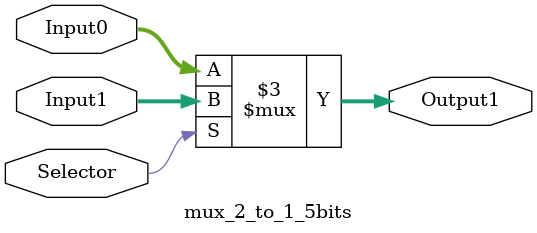
<source format=v>
`timescale 1ns/1ns
module mux_2_to_1_5bits (Input0, Input1, Selector, Output1);
    input [4:0] Input0, Input1;
    input Selector;
    
    output reg [4:0] Output1;
    
    always @(Input0 or Input1 or Selector)
    begin
        Output1 = (Selector == 1'b0) ? Input0 : Input1;
    end
endmodule


</source>
